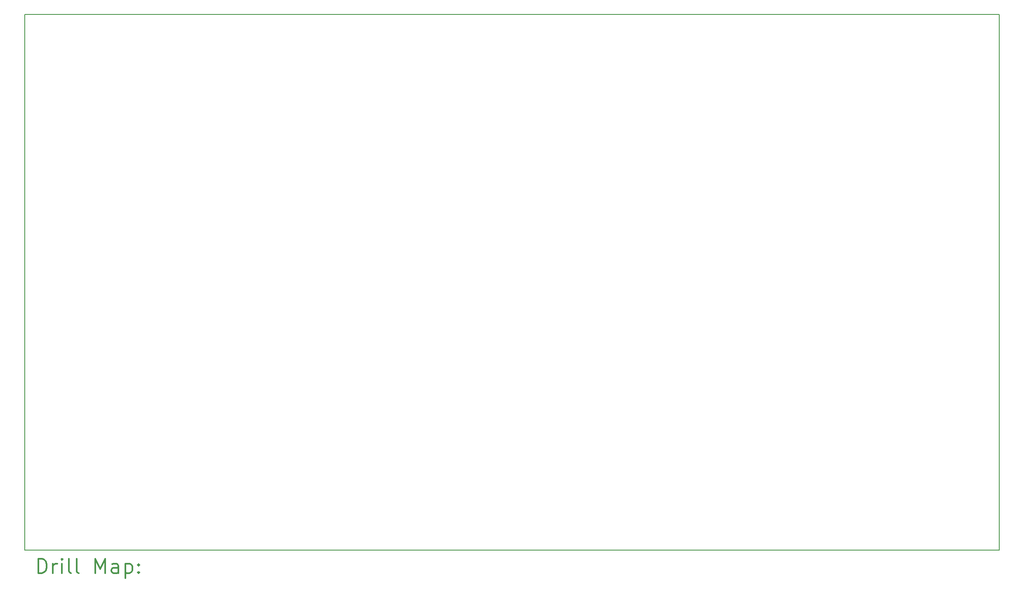
<source format=gbr>
%FSLAX45Y45*%
G04 Gerber Fmt 4.5, Leading zero omitted, Abs format (unit mm)*
G04 Created by KiCad (PCBNEW (5.0.1)-4) date 12/18/2018 2:51:36 PM*
%MOMM*%
%LPD*%
G01*
G04 APERTURE LIST*
%ADD10C,0.150000*%
%ADD11C,0.200000*%
%ADD12C,0.300000*%
G04 APERTURE END LIST*
D10*
X4981200Y-14498600D02*
X24981200Y-14498600D01*
X4981200Y-3498600D02*
X4981200Y-14498600D01*
X24981200Y-3498600D02*
X24981200Y-14498600D01*
D11*
X4981200Y-3498600D02*
X24981200Y-3498600D01*
D11*
D12*
X5257628Y-14971814D02*
X5257628Y-14671814D01*
X5329057Y-14671814D01*
X5371914Y-14686100D01*
X5400486Y-14714671D01*
X5414771Y-14743243D01*
X5429057Y-14800386D01*
X5429057Y-14843243D01*
X5414771Y-14900386D01*
X5400486Y-14928957D01*
X5371914Y-14957529D01*
X5329057Y-14971814D01*
X5257628Y-14971814D01*
X5557628Y-14971814D02*
X5557628Y-14771814D01*
X5557628Y-14828957D02*
X5571914Y-14800386D01*
X5586200Y-14786100D01*
X5614771Y-14771814D01*
X5643343Y-14771814D01*
X5743343Y-14971814D02*
X5743343Y-14771814D01*
X5743343Y-14671814D02*
X5729057Y-14686100D01*
X5743343Y-14700386D01*
X5757628Y-14686100D01*
X5743343Y-14671814D01*
X5743343Y-14700386D01*
X5929057Y-14971814D02*
X5900486Y-14957529D01*
X5886200Y-14928957D01*
X5886200Y-14671814D01*
X6086200Y-14971814D02*
X6057628Y-14957529D01*
X6043343Y-14928957D01*
X6043343Y-14671814D01*
X6429057Y-14971814D02*
X6429057Y-14671814D01*
X6529057Y-14886100D01*
X6629057Y-14671814D01*
X6629057Y-14971814D01*
X6900486Y-14971814D02*
X6900486Y-14814671D01*
X6886200Y-14786100D01*
X6857628Y-14771814D01*
X6800486Y-14771814D01*
X6771914Y-14786100D01*
X6900486Y-14957529D02*
X6871914Y-14971814D01*
X6800486Y-14971814D01*
X6771914Y-14957529D01*
X6757628Y-14928957D01*
X6757628Y-14900386D01*
X6771914Y-14871814D01*
X6800486Y-14857529D01*
X6871914Y-14857529D01*
X6900486Y-14843243D01*
X7043343Y-14771814D02*
X7043343Y-15071814D01*
X7043343Y-14786100D02*
X7071914Y-14771814D01*
X7129057Y-14771814D01*
X7157628Y-14786100D01*
X7171914Y-14800386D01*
X7186200Y-14828957D01*
X7186200Y-14914671D01*
X7171914Y-14943243D01*
X7157628Y-14957529D01*
X7129057Y-14971814D01*
X7071914Y-14971814D01*
X7043343Y-14957529D01*
X7314771Y-14943243D02*
X7329057Y-14957529D01*
X7314771Y-14971814D01*
X7300486Y-14957529D01*
X7314771Y-14943243D01*
X7314771Y-14971814D01*
X7314771Y-14786100D02*
X7329057Y-14800386D01*
X7314771Y-14814671D01*
X7300486Y-14800386D01*
X7314771Y-14786100D01*
X7314771Y-14814671D01*
M02*

</source>
